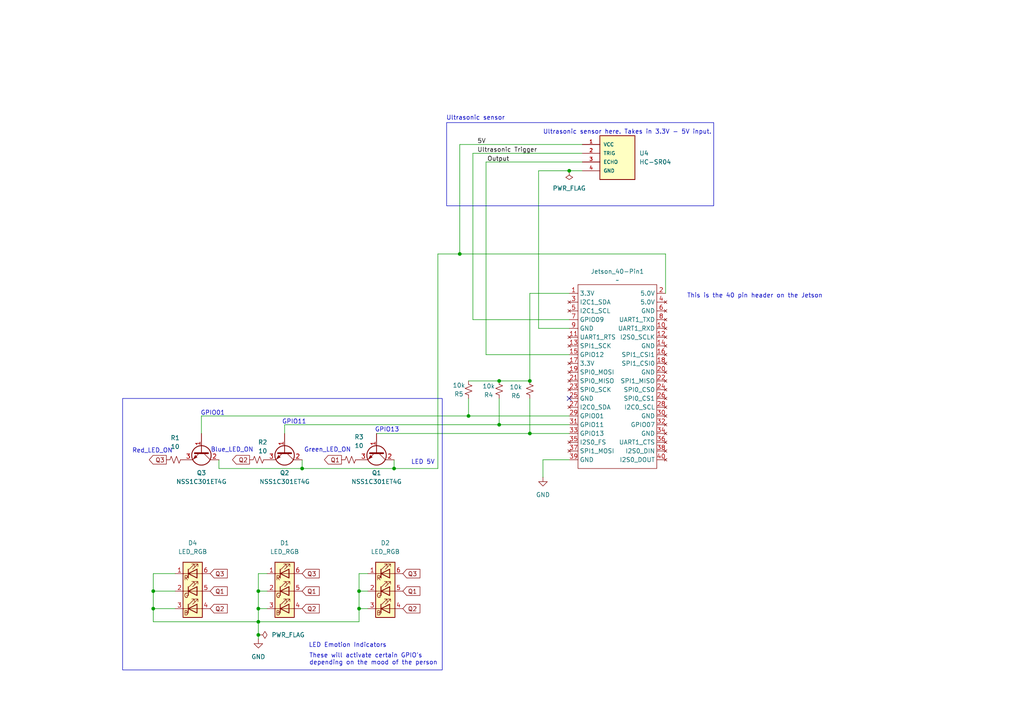
<source format=kicad_sch>
(kicad_sch (version 20231120) (generator "eeschema") (generator_version "8.0")
  (paper "A4")
  (title_block (title "Emotion-Adaptive-Smart-Home") (date "2024-11-06") (rev "3") (company "411 Group 6") (comment 1 "Kamal Smith") (comment 2 "Kilo Bao") (comment 3 "Luan Nguyen") (comment 4 "Samuel Shen"))
  (lib_symbols
    (symbol "Device:LED_RGB" (pin_names (offset 0) hide)
      (property "Reference" "D" (at 0 9.398 0))
      (property "Value" "LED_RGB" (at 0 -8.89 0))
      (symbol "LED_RGB_0_0"
        (text "B" (at -1.905 -6.35 0) (effects (font (size 1.27 1.27))))
        (text "G" (at -1.905 -1.27 0) (effects (font (size 1.27 1.27))))
        (text "R" (at -1.905 3.81 0) (effects (font (size 1.27 1.27))))
      )
      (symbol "LED_RGB_0_1"
        (polyline (pts (xy -1.27 -5.08) (xy -2.54 -5.08)))
        (polyline (pts (xy -1.27 -5.08) (xy 1.27 -5.08)))
        (polyline (pts (xy -1.27 -3.81) (xy -1.27 -6.35)) (stroke (width 0.254)))
        (polyline (pts (xy -1.27 0) (xy -2.54 0)))
        (polyline (pts (xy -1.27 1.27) (xy -1.27 -1.27)) (stroke (width 0.254)))
        (polyline (pts (xy -1.27 5.08) (xy -2.54 5.08)))
        (polyline (pts (xy -1.27 5.08) (xy 1.27 5.08)))
        (polyline (pts (xy -1.27 6.35) (xy -1.27 3.81)) (stroke (width 0.254)))
        (polyline (pts (xy 1.27 -5.08) (xy 2.54 -5.08)))
        (polyline (pts (xy 1.27 0) (xy -1.27 0)))
        (polyline (pts (xy 1.27 0) (xy 2.54 0)))
        (polyline (pts (xy 1.27 5.08) (xy 2.54 5.08)))
        (polyline (pts (xy -1.27 1.27) (xy -1.27 -1.27) (xy -1.27 -1.27)))
        (polyline (pts (xy -1.27 6.35) (xy -1.27 3.81) (xy -1.27 3.81)))
        (polyline (pts (xy 1.27 -3.81) (xy 1.27 -6.35) (xy -1.27 -5.08) (xy 1.27 -3.81)) (stroke (width 0.254)))
        (polyline (pts (xy 1.27 1.27) (xy 1.27 -1.27) (xy -1.27 0) (xy 1.27 1.27)) (stroke (width 0.254)))
        (polyline (pts (xy 1.27 6.35) (xy 1.27 3.81) (xy -1.27 5.08) (xy 1.27 6.35)) (stroke (width 0.254)))
        (polyline (pts (xy -1.016 -3.81) (xy 0.508 -2.286) (xy -0.254 -2.286) (xy 0.508 -2.286) (xy 0.508 -3.048)))
        (polyline (pts (xy -1.016 1.27) (xy 0.508 2.794) (xy -0.254 2.794) (xy 0.508 2.794) (xy 0.508 2.032)))
        (polyline (pts (xy -1.016 6.35) (xy 0.508 7.874) (xy -0.254 7.874) (xy 0.508 7.874) (xy 0.508 7.112)))
        (polyline (pts (xy 0 -3.81) (xy 1.524 -2.286) (xy 0.762 -2.286) (xy 1.524 -2.286) (xy 1.524 -3.048)))
        (polyline (pts (xy 0 1.27) (xy 1.524 2.794) (xy 0.762 2.794) (xy 1.524 2.794) (xy 1.524 2.032)))
        (polyline (pts (xy 0 6.35) (xy 1.524 7.874) (xy 0.762 7.874) (xy 1.524 7.874) (xy 1.524 7.112)))
        (rectangle (start 1.27 -1.27) (end 1.27 1.27))
        (rectangle (start 1.27 1.27) (end 1.27 1.27))
        (rectangle (start 1.27 3.81) (end 1.27 6.35))
        (rectangle (start 1.27 6.35) (end 1.27 6.35))
        (rectangle (start 2.794 8.382) (end -2.794 -7.62) (stroke (width 0.254)) (fill (type background)))
      )
      (symbol "LED_RGB_1_1"
        (pin passive line (at -5.08 5.08 0) (length 2.54) (name "RK") (number "1"))
        (pin passive line (at -5.08 0 0) (length 2.54) (name "GK") (number "2"))
        (pin passive line (at -5.08 -5.08 0) (length 2.54) (name "BK") (number "3"))
        (pin passive line (at 5.08 -5.08 180) (length 2.54) (name "BA") (number "4"))
        (pin passive line (at 5.08 0 180) (length 2.54) (name "GA") (number "5"))
        (pin passive line (at 5.08 5.08 180) (length 2.54) (name "RA") (number "6"))
      )
    )
    (symbol "Device:Q_NPN_BCE" (pin_names (offset 0) hide)
      (property "Reference" "Q3" (at 6.35 0 90))
      (property "Value" "NSS1C301ET4G" (at 8.89 0 90))
      (symbol "Q_NPN_BCE_0_1"
        (polyline (pts (xy 0.635 0.635) (xy 2.54 2.54)))
        (polyline (pts (xy 0.635 -0.635) (xy 2.54 -2.54) (xy 2.54 -2.54)))
        (polyline (pts (xy 0.635 1.905) (xy 0.635 -1.905) (xy 0.635 -1.905)) (stroke (width 0.508)))
        (polyline (pts (xy 1.27 -1.778) (xy 1.778 -1.27) (xy 2.286 -2.286) (xy 1.27 -1.778) (xy 1.27 -1.778)) (fill (type outline)))
        (circle (center 1.27 0) (radius 2.8194) (stroke (width 0.254)))
      )
      (symbol "Q_NPN_BCE_1_1"
        (pin input line (at -5.08 0 0) (length 5.715) (name "B") (number "1"))
        (pin passive line (at 2.54 5.08 270) (length 2.54) (name "C") (number "2"))
        (pin passive line (at 2.54 -5.08 90) (length 2.54) (name "E") (number "3"))
      )
    )
    (symbol "Device:R_Small_US" (pin_numbers hide) (pin_names (offset 0.254) hide)
      (property "Reference" "R1" (at 6.35 0 90))
      (property "Value" "10" (at 3.81 0 90))
      (symbol "R_Small_US_1_1"
        (polyline (pts (xy 0 0) (xy 1.016 -0.381) (xy 0 -0.762) (xy -1.016 -1.143) (xy 0 -1.524)))
        (polyline (pts (xy 0 1.524) (xy 1.016 1.143) (xy 0 0.762) (xy -1.016 0.381) (xy 0 0)))
        (pin passive line (at 0 2.54 270) (length 1.016) (name "~") (number "1"))
        (pin passive line (at 0 -2.54 90) (length 1.016) (name "~") (number "2"))
      )
    )
    (symbol "HC-SR04:HC-SR04" (pin_names (offset 1.016))
      (property "Reference" "U" (at 0 5.0813 0))
      (property "Value" "HC-SR04" (at 0 -10.163 0))
      (symbol "HC-SR04_0_0"
        (rectangle (start 0 -7.62) (end 10.16 5.08) (stroke (width 0.254)) (fill (type background)))
        (pin power_in line (at -5.08 2.54 0) (length 5.08) (name "VCC") (number "1"))
        (pin bidirectional line (at -5.08 0 0) (length 5.08) (name "TRIG") (number "2"))
        (pin bidirectional line (at -5.08 -2.54 0) (length 5.08) (name "ECHO") (number "3"))
        (pin power_in line (at -5.08 -5.08 0) (length 5.08) (name "GND") (number "4"))
      )
    )
    (symbol "JetsonNano40pin_1"
      (property "Reference" "Jetson_40-Pin1" (at 0 44.45 0))
      (property "Value" "~" (at 0 41.91 0))
      (symbol "JetsonNano40pin_1_0_0"
        (pin input line (at -13.97 -10.16 0) (length 2.54) (name "GND") (number "39"))
      )
      (symbol "JetsonNano40pin_1_1_0"
        (pin power_out line (at -13.97 38.1 0) (length 2.54) (name "3.3V") (number "1"))
        (pin no_connect line (at 13.97 27.94 180) (length 2.54) (name "UART1_RXD") (number "10"))
        (pin no_connect line (at -13.97 25.4 0) (length 2.54) (name "UART1_RTS") (number "11"))
        (pin no_connect line (at 13.97 25.4 180) (length 2.54) (name "I2S0_SCLK") (number "12"))
        (pin no_connect line (at -13.97 22.86 0) (length 2.54) (name "SPI1_SCK") (number "13"))
        (pin no_connect line (at 13.97 22.86 180) (length 2.54) (name "GND") (number "14"))
        (pin bidirectional line (at -13.97 20.32 0) (length 2.54) (name "GPIO12") (number "15"))
        (pin no_connect line (at 13.97 20.32 180) (length 2.54) (name "SPI1_CSI1") (number "16"))
        (pin no_connect line (at -13.97 17.78 0) (length 2.54) (name "3.3V") (number "17"))
        (pin no_connect line (at 13.97 17.78 180) (length 2.54) (name "SPI1_CSI0") (number "18"))
        (pin no_connect line (at -13.97 15.24 0) (length 2.54) (name "SPI0_MOSI") (number "19"))
        (pin power_out line (at 13.97 38.1 180) (length 2.54) (name "5.0V") (number "2"))
        (pin no_connect line (at 13.97 15.24 180) (length 2.54) (name "GND") (number "20"))
        (pin no_connect line (at -13.97 12.7 0) (length 2.54) (name "SPI0_MISO") (number "21"))
        (pin no_connect line (at 13.97 12.7 180) (length 2.54) (name "SPI1_MISO") (number "22"))
        (pin no_connect line (at -13.97 10.16 0) (length 2.54) (name "SPI0_SCK") (number "23"))
        (pin no_connect line (at 13.97 10.16 180) (length 2.54) (name "SPI0_CS0") (number "24"))
        (pin input line (at -13.97 7.62 0) (length 2.54) (name "GND") (number "25"))
        (pin no_connect line (at 13.97 7.62 180) (length 2.54) (name "SPI0_CS1") (number "26"))
        (pin no_connect line (at -13.97 5.08 0) (length 2.54) (name "I2C0_SDA") (number "27"))
        (pin no_connect line (at 13.97 5.08 180) (length 2.54) (name "I2C0_SCL") (number "28"))
        (pin bidirectional line (at -13.97 2.54 0) (length 2.54) (name "GPIO01") (number "29"))
        (pin no_connect line (at -13.97 35.56 0) (length 2.54) (name "I2C1_SDA") (number "3"))
        (pin no_connect line (at 13.97 2.54 180) (length 2.54) (name "GND") (number "30"))
        (pin bidirectional line (at -13.97 0 0) (length 2.54) (name "GPIO11") (number "31"))
        (pin no_connect line (at 13.97 0 180) (length 2.54) (name "GPIO07") (number "32"))
        (pin bidirectional line (at -13.97 -2.54 0) (length 2.54) (name "GPIO13") (number "33"))
        (pin no_connect line (at 13.97 -2.54 180) (length 2.54) (name "GND") (number "34"))
        (pin no_connect line (at -13.97 -5.08 0) (length 2.54) (name "I2S0_FS") (number "35"))
        (pin no_connect line (at 13.97 -5.08 180) (length 2.54) (name "UART1_CTS") (number "36"))
        (pin no_connect line (at -13.97 -7.62 0) (length 2.54) (name "SPI1_MOSI") (number "37"))
        (pin no_connect line (at 13.97 -7.62 180) (length 2.54) (name "I2S0_DIN") (number "38"))
        (pin no_connect line (at 13.97 35.56 180) (length 2.54) (name "5.0V") (number "4"))
        (pin no_connect line (at 13.97 -10.16 180) (length 2.54) (name "I2S0_DOUT") (number "40"))
        (pin no_connect line (at -13.97 33.02 0) (length 2.54) (name "I2C1_SCL") (number "5"))
        (pin no_connect line (at 13.97 33.02 180) (length 2.54) (name "GND") (number "6"))
        (pin bidirectional line (at -13.97 30.48 0) (length 2.54) (name "GPIO09") (number "7"))
        (pin no_connect line (at 13.97 30.48 180) (length 2.54) (name "UART1_TXD") (number "8"))
        (pin input line (at -13.97 27.94 0) (length 2.54) (name "GND") (number "9"))
      )
      (symbol "JetsonNano40pin_1_1_1"
        (rectangle (start -11.43 40.64) (end 11.43 -12.7))
      )
    )
    (symbol "Q_NPN_BCE_1" (pin_names (offset 0) hide)
      (property "Reference" "Q2" (at 6.35 0 90))
      (property "Value" "NSS1C301ET4G" (at 8.89 0 90))
      (symbol "Q_NPN_BCE_1_0_1"
        (polyline (pts (xy 0.635 0.635) (xy 2.54 2.54)))
        (polyline (pts (xy 0.635 -0.635) (xy 2.54 -2.54) (xy 2.54 -2.54)))
        (polyline (pts (xy 0.635 1.905) (xy 0.635 -1.905) (xy 0.635 -1.905)) (stroke (width 0.508)))
        (polyline (pts (xy 1.27 -1.778) (xy 1.778 -1.27) (xy 2.286 -2.286) (xy 1.27 -1.778) (xy 1.27 -1.778)) (fill (type outline)))
        (circle (center 1.27 0) (radius 2.8194) (stroke (width 0.254)))
      )
      (symbol "Q_NPN_BCE_1_1_1"
        (pin input line (at -5.08 0 0) (length 5.715) (name "B") (number "1"))
        (pin passive line (at 2.54 5.08 270) (length 2.54) (name "C") (number "2"))
        (pin passive line (at 2.54 -5.08 90) (length 2.54) (name "E") (number "3"))
      )
    )
    (symbol "Q_NPN_BCE_2" (pin_names (offset 0) hide)
      (property "Reference" "Q1" (at 6.35 0 90))
      (property "Value" "NSS1C301ET4G" (at 8.89 0 90))
      (symbol "Q_NPN_BCE_2_0_1"
        (polyline (pts (xy 0.635 0.635) (xy 2.54 2.54)))
        (polyline (pts (xy 0.635 -0.635) (xy 2.54 -2.54) (xy 2.54 -2.54)))
        (polyline (pts (xy 0.635 1.905) (xy 0.635 -1.905) (xy 0.635 -1.905)) (stroke (width 0.508)))
        (polyline (pts (xy 1.27 -1.778) (xy 1.778 -1.27) (xy 2.286 -2.286) (xy 1.27 -1.778) (xy 1.27 -1.778)) (fill (type outline)))
        (circle (center 1.27 0) (radius 2.8194) (stroke (width 0.254)))
      )
      (symbol "Q_NPN_BCE_2_1_1"
        (pin input line (at -5.08 0 0) (length 5.715) (name "B") (number "1"))
        (pin passive line (at 2.54 5.08 270) (length 2.54) (name "C") (number "2"))
        (pin passive line (at 2.54 -5.08 90) (length 2.54) (name "E") (number "3"))
      )
    )
    (symbol "power:GND" (power) (pin_numbers hide) (pin_names (offset 0) hide)
      (property "Value" "GND" (at 0 -3.81 0))
      (symbol "GND_0_1"
        (polyline (pts (xy 0 0) (xy 0 -1.27) (xy 1.27 -1.27) (xy 0 -2.54) (xy -1.27 -1.27) (xy 0 -1.27)))
      )
      (symbol "GND_1_1"
        (pin power_in line (at 0 0 270) (length 0) (name "~") (number "1"))
      )
    )
    (symbol "power:PWR_FLAG" (power) (pin_numbers hide) (pin_names (offset 0) hide)
      (property "Value" "PWR_FLAG" (at 0 3.81 0))
      (symbol "PWR_FLAG_0_0"
        (pin power_out line (at 0 0 90) (length 0) (name "~") (number "1"))
      )
      (symbol "PWR_FLAG_0_1"
        (polyline (pts (xy 0 0) (xy 0 1.27) (xy -1.016 1.905) (xy 0 2.54) (xy 1.016 1.905) (xy 0 1.27)))
      )
    )
  )
  (junction (at 144.78 123.19))
  (junction (at 153.67 125.73))
  (junction (at 114.3 135.89))
  (junction (at 74.93 176.53))
  (junction (at 74.93 171.45))
  (junction (at 44.45 176.53))
  (junction (at 74.93 184.15))
  (junction (at 87.63 135.89))
  (junction (at 44.45 171.45))
  (junction (at 104.14 171.45))
  (junction (at 165.1 49.53))
  (junction (at 144.78 110.49))
  (junction (at 74.93 180.34))
  (junction (at 153.67 110.49))
  (junction (at 135.89 120.65))
  (junction (at 133.35 73.66))
  (junction (at 104.14 176.53))
  (no_connect (at 165.1 115.57))
  (wire (pts (xy 140.97 46.99) (xy 140.97 102.87)))
  (wire (pts (xy 168.91 41.91) (xy 133.35 41.91)))
  (wire (pts (xy 44.45 176.53) (xy 44.45 180.34)))
  (wire (pts (xy 44.45 166.37) (xy 44.45 171.45)))
  (wire (pts (xy 157.48 133.35) (xy 157.48 138.43)))
  (wire (pts (xy 82.55 123.19) (xy 82.55 125.73)))
  (wire (pts (xy 44.45 180.34) (xy 74.93 180.34)))
  (wire (pts (xy 135.89 110.49) (xy 144.78 110.49)))
  (wire (pts (xy 82.55 123.19) (xy 144.78 123.19)))
  (wire (pts (xy 114.3 133.35) (xy 114.3 135.89)))
  (wire (pts (xy 74.93 185.42) (xy 74.93 184.15)))
  (wire (pts (xy 193.04 73.66) (xy 193.04 85.09)))
  (wire (pts (xy 133.35 73.66) (xy 193.04 73.66)))
  (wire (pts (xy 168.91 46.99) (xy 140.97 46.99)))
  (wire (pts (xy 165.1 85.09) (xy 153.67 85.09)))
  (wire (pts (xy 135.89 115.57) (xy 135.89 120.65)))
  (wire (pts (xy 74.93 176.53) (xy 77.47 176.53)))
  (wire (pts (xy 77.47 171.45) (xy 74.93 171.45)))
  (wire (pts (xy 87.63 135.89) (xy 114.3 135.89)))
  (wire (pts (xy 104.14 166.37) (xy 104.14 171.45)))
  (wire (pts (xy 137.16 44.45) (xy 137.16 92.71)))
  (wire (pts (xy 58.42 120.65) (xy 135.89 120.65)))
  (wire (pts (xy 156.21 49.53) (xy 156.21 95.25)))
  (wire (pts (xy 153.67 85.09) (xy 153.67 110.49)))
  (wire (pts (xy 153.67 125.73) (xy 165.1 125.73)))
  (wire (pts (xy 106.68 171.45) (xy 104.14 171.45)))
  (wire (pts (xy 63.5 135.89) (xy 87.63 135.89)))
  (wire (pts (xy 140.97 102.87) (xy 165.1 102.87)))
  (wire (pts (xy 63.5 133.35) (xy 63.5 135.89)))
  (wire (pts (xy 104.14 180.34) (xy 74.93 180.34)))
  (wire (pts (xy 109.22 125.73) (xy 153.67 125.73)))
  (wire (pts (xy 58.42 120.65) (xy 58.42 125.73)))
  (wire (pts (xy 133.35 41.91) (xy 133.35 73.66)))
  (wire (pts (xy 77.47 166.37) (xy 74.93 166.37)))
  (wire (pts (xy 135.89 120.65) (xy 165.1 120.65)))
  (wire (pts (xy 157.48 133.35) (xy 165.1 133.35)))
  (wire (pts (xy 104.14 176.53) (xy 104.14 180.34)))
  (wire (pts (xy 44.45 171.45) (xy 44.45 176.53)))
  (wire (pts (xy 156.21 49.53) (xy 165.1 49.53)))
  (wire (pts (xy 156.21 95.25) (xy 165.1 95.25)))
  (wire (pts (xy 44.45 171.45) (xy 50.8 171.45)))
  (wire (pts (xy 74.93 171.45) (xy 74.93 176.53)))
  (wire (pts (xy 104.14 176.53) (xy 106.68 176.53)))
  (wire (pts (xy 127 135.89) (xy 114.3 135.89)))
  (wire (pts (xy 50.8 166.37) (xy 44.45 166.37)))
  (wire (pts (xy 74.93 166.37) (xy 74.93 171.45)))
  (wire (pts (xy 137.16 92.71) (xy 165.1 92.71)))
  (wire (pts (xy 144.78 115.57) (xy 144.78 123.19)))
  (wire (pts (xy 44.45 176.53) (xy 50.8 176.53)))
  (wire (pts (xy 87.63 133.35) (xy 87.63 135.89)))
  (wire (pts (xy 104.14 171.45) (xy 104.14 176.53)))
  (wire (pts (xy 127 73.66) (xy 127 135.89)))
  (wire (pts (xy 144.78 110.49) (xy 153.67 110.49)))
  (wire (pts (xy 106.68 166.37) (xy 104.14 166.37)))
  (wire (pts (xy 127 73.66) (xy 133.35 73.66)))
  (wire (pts (xy 74.93 184.15) (xy 74.93 180.34)))
  (wire (pts (xy 144.78 123.19) (xy 165.1 123.19)))
  (wire (pts (xy 153.67 115.57) (xy 153.67 125.73)))
  (wire (pts (xy 74.93 180.34) (xy 74.93 176.53)))
  (wire (pts (xy 165.1 49.53) (xy 168.91 49.53)))
  (wire (pts (xy 168.91 44.45) (xy 137.16 44.45)))
  (rectangle (start 129.54 35.56) (end 207.01 59.69))
  (rectangle (start 35.56 115.57) (end 128.27 194.31))
  (text "GPIO11" (at 85.344 122.428 0) (effects (font (size 1.27 1.27))))
  (text "GPIO13" (at 112.268 124.714 0) (effects (font (size 1.27 1.27))))
  (text "This is the 40 pin header on the Jetson\n" (at 218.948 85.852 0) (effects (font (size 1.27 1.27))))
  (text "Ultrasonic sensor here. Takes in 3.3V - 5V input." (at 157.48 38.354 0) (effects (font (size 1.27 1.27)) (justify left)))
  (text "Blue_LED_ON\n\n" (at 67.31 131.572 0) (effects (font (size 1.27 1.27))))
  (text "LED Emotion Indicators" (at 100.838 187.198 0) (effects (font (size 1.27 1.27))))
  (text "Ultrasonic sensor " (at 138.43 34.29 0) (effects (font (size 1.27 1.27))))
  (text "LED 5V" (at 122.682 134.112 0) (effects (font (size 1.27 1.27))))
  (text "These will activate certain GPIO's\ndepending on the mood of the person" (at 89.662 191.262 0) (effects (font (size 1.27 1.27)) (justify left)))
  (text "Green_LED_ON" (at 94.996 130.556 0) (effects (font (size 1.27 1.27))))
  (text "Output\n" (at 144.526 46.228 0) (effects (font (size 1.27 1.27))))
  (text "Red_LED_ON\n\n" (at 44.196 131.826 0) (effects (font (size 1.27 1.27))))
  (text "GPIO01" (at 61.722 119.888 0) (effects (font (size 1.27 1.27))))
  (label "Ultrasonic Trigger" (at 138.43 44.45 0))
  (label "5V" (at 138.43 41.91 0))
  (global_label "Q3" (shape input) (at 87.63 166.37 0) (property "Intersheetrefs" "${INTERSHEET_REFS}" (effects (hide yes))))
  (global_label "Q3" (shape output) (at 48.26 133.35 180) (property "Intersheetrefs" "${INTERSHEET_REFS}" (effects (hide yes))))
  (global_label "Q1" (shape input) (at 60.96 171.45 0) (property "Intersheetrefs" "${INTERSHEET_REFS}" (effects (hide yes))))
  (global_label "Q3" (shape input) (at 116.84 166.37 0) (property "Intersheetrefs" "${INTERSHEET_REFS}" (effects (hide yes))))
  (global_label "Q1" (shape input) (at 87.63 171.45 0) (property "Intersheetrefs" "${INTERSHEET_REFS}" (effects (hide yes))))
  (global_label "Q2" (shape input) (at 116.84 176.53 0) (property "Intersheetrefs" "${INTERSHEET_REFS}" (effects (hide yes))))
  (global_label "Q2" (shape input) (at 60.96 176.53 0) (property "Intersheetrefs" "${INTERSHEET_REFS}" (effects (hide yes))))
  (global_label "Q2" (shape output) (at 72.39 133.35 180) (property "Intersheetrefs" "${INTERSHEET_REFS}" (effects (hide yes))))
  (global_label "Q3" (shape input) (at 60.96 166.37 0) (property "Intersheetrefs" "${INTERSHEET_REFS}" (effects (hide yes))))
  (global_label "Q1" (shape input) (at 116.84 171.45 0) (property "Intersheetrefs" "${INTERSHEET_REFS}" (effects (hide yes))))
  (global_label "Q2" (shape input) (at 87.63 176.53 0) (property "Intersheetrefs" "${INTERSHEET_REFS}" (effects (hide yes))))
  (global_label "Q1" (shape output) (at 99.06 133.35 180) (property "Intersheetrefs" "${INTERSHEET_REFS}" (effects (hide yes))))
  (symbol (lib_name "JetsonNano40pin_1") (lib_id "JetsonNano40pin:JetsonNano40pin") (at 179.07 123.19 0) (unit 1)
    (property "Reference" "Jetson_40-Pin1" (at 179.07 78.74 0))
    (property "Value" "~" (at 179.07 81.28 0))
    (property "Footprint" "Connector_PinHeader_2.54mm:PinHeader_2x40_P2.54mm_Vertical" (effects (hide yes)))
  )
  (symbol (lib_id "Device:LED_RGB") (at 82.55 171.45 0) (unit 1)
    (property "Reference" "D1" (at 82.55 157.48 0))
    (property "Value" "LED_RGB" (at 82.55 160.02 0))
    (property "Footprint" "LED_SMD:LED_RGB_5050-6" (effects (hide yes)))
    (property "Description" "RGB LED, 6 pin package" (effects (hide yes)))
  )
  (symbol (lib_id "Device:R_Small_US") (at 74.93 133.35 90) (unit 1)
    (property "Reference" "R2" (at 76.2 128.27 90))
    (property "Value" "10" (at 76.2 130.81 90))
    (property "Footprint" "Resistor_THT:R_Axial_DIN0411_L9.9mm_D3.6mm_P5.08mm_Vertical" (effects (hide yes)))
    (property "Description" "Resistor, small US symbol" (effects (hide yes)))
  )
  (symbol (lib_id "Device:R_Small_US") (at 153.67 113.03 0) (unit 1)
    (property "Reference" "R6" (at 149.606 114.808 0))
    (property "Value" "10k" (at 149.606 112.268 0))
    (property "Footprint" "Resistor_THT:R_Axial_DIN0411_L9.9mm_D3.6mm_P5.08mm_Vertical" (effects (hide yes)))
    (property "Description" "Resistor, small US symbol" (effects (hide yes)))
  )
  (symbol (lib_id "Device:Q_NPN_BCE") (at 58.42 130.81 270) (unit 1)
    (property "Reference" "Q3" (at 58.42 137.16 90))
    (property "Value" "NSS1C301ET4G" (at 58.42 139.7 90))
    (property "Footprint" "NSS1C301ET4G:DPAK-4_6P22X6P73_ONS" (effects (hide yes)))
    (property "Description" "NPN transistor, base/collector/emitter" (effects (hide yes)))
  )
  (symbol (lib_id "power:PWR_FLAG") (at 165.1 49.53 180) (unit 1)
    (property "Reference" "#FLG02" (effects (hide yes)))
    (property "Value" "PWR_FLAG" (at 165.1 54.61 0))
    (property "Description" "Special symbol for telling ERC where power comes from" (effects (hide yes)))
  )
  (symbol (lib_id "Device:LED_RGB") (at 111.76 171.45 0) (unit 1)
    (property "Reference" "D2" (at 111.76 157.48 0))
    (property "Value" "LED_RGB" (at 111.76 160.02 0))
    (property "Footprint" "LED_SMD:LED_RGB_5050-6" (effects (hide yes)))
    (property "Description" "RGB LED, 6 pin package" (effects (hide yes)))
  )
  (symbol (lib_id "Device:R_Small_US") (at 101.6 133.35 90) (unit 1)
    (property "Reference" "R3" (at 104.14 126.746 90))
    (property "Value" "10" (at 104.14 129.286 90))
    (property "Footprint" "Resistor_THT:R_Axial_DIN0411_L9.9mm_D3.6mm_P5.08mm_Vertical" (effects (hide yes)))
    (property "Description" "Resistor, small US symbol" (effects (hide yes)))
  )
  (symbol (lib_id "Device:LED_RGB") (at 55.88 171.45 0) (unit 1)
    (property "Reference" "D4" (at 55.88 157.48 0))
    (property "Value" "LED_RGB" (at 55.88 160.02 0))
    (property "Footprint" "LED_SMD:LED_RGB_5050-6" (effects (hide yes)))
    (property "Description" "RGB LED, 6 pin package" (effects (hide yes)))
  )
  (symbol (lib_id "Device:R_Small_US") (at 50.8 133.35 90) (unit 1)
    (property "Reference" "R1" (at 50.8 127 90))
    (property "Value" "10" (at 50.8 129.54 90))
    (property "Footprint" "Resistor_THT:R_Axial_DIN0411_L9.9mm_D3.6mm_P5.08mm_Vertical" (effects (hide yes)))
    (property "Description" "Resistor, small US symbol" (effects (hide yes)))
  )
  (symbol (lib_id "HC-SR04:HC-SR04") (at 173.99 44.45 0) (unit 1)
    (property "Reference" "U4" (at 185.42 44.4499 0) (effects (justify left)))
    (property "Value" "HC-SR04" (at 185.42 46.9899 0) (effects (justify left)))
    (property "Footprint" "Connector_PinSocket_2.54mm:PinSocket_1x04_P2.54mm_Vertical" (effects (hide yes)))
    (property "MF" "SparkFun Electronics" (effects (hide yes)))
    (property "Description_1" "\n                        \n                            HC-SR04 Ultrasonic Sensor Qwiic Platform Evaluation Expansion Board\n                        \n" (effects (hide yes)))
    (property "Package" "None" (effects (hide yes)))
    (property "Price" "None" (effects (hide yes)))
    (property "Check_prices" "https://www.snapeda.com/parts/HC-SR04/SparkFun+Electronics/view-part/?ref=eda" (effects (hide yes)))
    (property "SnapEDA_Link" "https://www.snapeda.com/parts/HC-SR04/SparkFun+Electronics/view-part/?ref=snap" (effects (hide yes)))
    (property "MP" "HC-SR04" (effects (hide yes)))
    (property "Availability" "Not in stock" (effects (hide yes)))
    (property "MANUFACTURER" "Osepp" (effects (hide yes)))
  )
  (symbol (lib_id "power:GND") (at 157.48 138.43 0) (unit 1)
    (property "Reference" "#PWR017" (effects (hide yes)))
    (property "Value" "GND" (at 157.48 143.51 0))
    (property "Description" "Power symbol creates a global label with name \"GND\" , ground" (effects (hide yes)))
  )
  (symbol (lib_id "Device:R_Small_US") (at 144.78 113.03 0) (unit 1)
    (property "Reference" "R4" (at 141.732 114.554 0))
    (property "Value" "10k" (at 141.732 112.014 0))
    (property "Footprint" "Resistor_THT:R_Axial_DIN0411_L9.9mm_D3.6mm_P5.08mm_Vertical" (effects (hide yes)))
    (property "Description" "Resistor, small US symbol" (effects (hide yes)))
  )
  (symbol (lib_id "Device:R_Small_US") (at 135.89 113.03 0) (unit 1)
    (property "Reference" "R5" (at 133.096 114.3 0))
    (property "Value" "10k" (at 133.096 111.76 0))
    (property "Footprint" "Resistor_THT:R_Axial_DIN0411_L9.9mm_D3.6mm_P5.08mm_Vertical" (effects (hide yes)))
    (property "Description" "Resistor, small US symbol" (effects (hide yes)))
  )
  (symbol (lib_name "Q_NPN_BCE_1") (lib_id "Device:Q_NPN_BCE") (at 82.55 130.81 270) (unit 1)
    (property "Reference" "Q2" (at 82.55 137.16 90))
    (property "Value" "NSS1C301ET4G" (at 82.55 139.7 90))
    (property "Footprint" "NSS1C301ET4G:DPAK-4_6P22X6P73_ONS" (effects (hide yes)))
    (property "Description" "NPN transistor, base/collector/emitter" (effects (hide yes)))
  )
  (symbol (lib_id "power:PWR_FLAG") (at 74.93 184.15 270) (unit 1)
    (property "Reference" "#FLG01" (effects (hide yes)))
    (property "Value" "PWR_FLAG" (at 78.74 184.1499 90) (effects (justify left)))
    (property "Description" "Special symbol for telling ERC where power comes from" (effects (hide yes)))
  )
  (symbol (lib_name "Q_NPN_BCE_2") (lib_id "Device:Q_NPN_BCE") (at 109.22 130.81 270) (unit 1)
    (property "Reference" "Q1" (at 109.22 137.16 90))
    (property "Value" "NSS1C301ET4G" (at 109.22 139.7 90))
    (property "Footprint" "NSS1C301ET4G:DPAK-4_6P22X6P73_ONS" (effects (hide yes)))
    (property "Description" "NPN transistor, base/collector/emitter" (effects (hide yes)))
  )
  (symbol (lib_id "power:GND") (at 74.93 185.42 0) (unit 1)
    (property "Reference" "#PWR01" (effects (hide yes)))
    (property "Value" "GND" (at 74.93 190.5 0))
    (property "Description" "Power symbol creates a global label with name \"GND\" , ground" (effects (hide yes)))
  )
)
</source>
